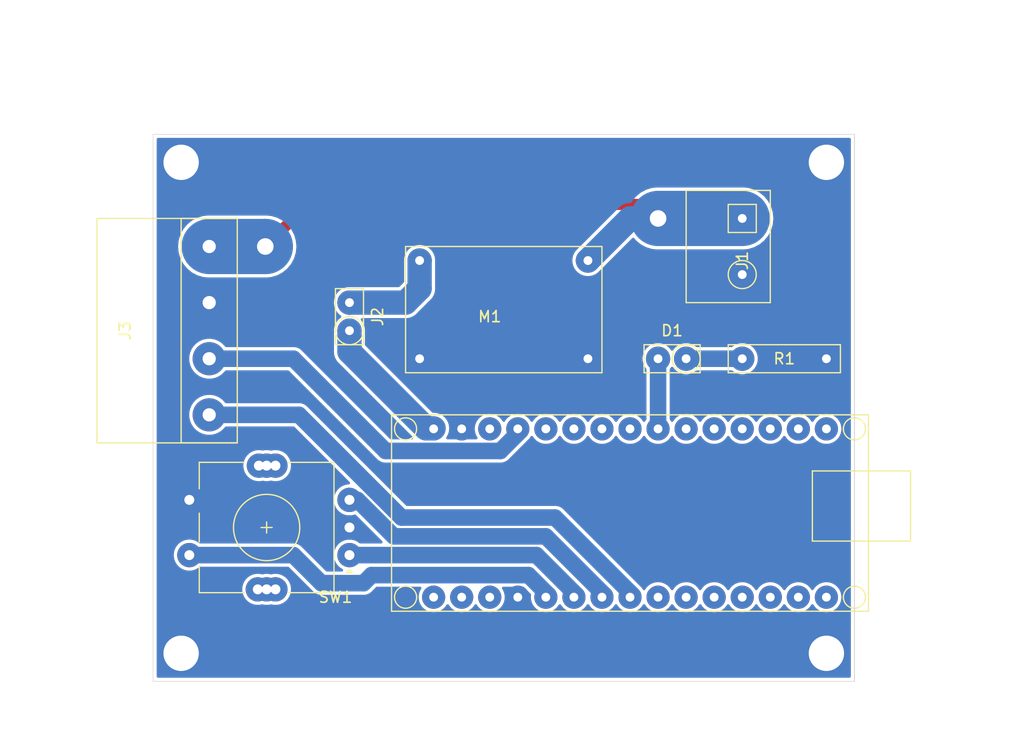
<source format=kicad_pcb>
(kicad_pcb (version 20171130) (host pcbnew "(5.1.6)-1")

  (general
    (thickness 1.6)
    (drawings 30)
    (tracks 48)
    (zones 0)
    (modules 8)
    (nets 33)
  )

  (page A4)
  (layers
    (0 F.Cu signal)
    (31 B.Cu signal)
    (32 B.Adhes user hide)
    (33 F.Adhes user hide)
    (34 B.Paste user hide)
    (35 F.Paste user hide)
    (36 B.SilkS user hide)
    (37 F.SilkS user)
    (38 B.Mask user hide)
    (39 F.Mask user hide)
    (40 Dwgs.User user)
    (41 Cmts.User user hide)
    (42 Eco1.User user hide)
    (43 Eco2.User user hide)
    (44 Edge.Cuts user)
    (45 Margin user hide)
    (46 B.CrtYd user hide)
    (47 F.CrtYd user hide)
    (48 B.Fab user hide)
    (49 F.Fab user hide)
  )

  (setup
    (last_trace_width 0.25)
    (user_trace_width 1)
    (user_trace_width 1.5)
    (user_trace_width 2.2)
    (user_trace_width 4)
    (user_trace_width 5)
    (user_trace_width 6)
    (trace_clearance 0.2)
    (zone_clearance 1)
    (zone_45_only no)
    (trace_min 0.2)
    (via_size 0.8)
    (via_drill 0.4)
    (via_min_size 0.4)
    (via_min_drill 0.3)
    (user_via 2.2 0.9)
    (user_via 2.6 2.5)
    (user_via 3 1.5)
    (user_via 3 2.5)
    (user_via 3.4 3.2)
    (uvia_size 0.3)
    (uvia_drill 0.1)
    (uvias_allowed no)
    (uvia_min_size 0.2)
    (uvia_min_drill 0.1)
    (edge_width 0.05)
    (segment_width 0.2)
    (pcb_text_width 0.3)
    (pcb_text_size 1.5 1.5)
    (mod_edge_width 0.12)
    (mod_text_size 1 1)
    (mod_text_width 0.15)
    (pad_size 2.2 2.2)
    (pad_drill 0.8)
    (pad_to_mask_clearance 0.05)
    (aux_axis_origin 0 0)
    (visible_elements 7FFFFFFF)
    (pcbplotparams
      (layerselection 0x01000_fffffffe)
      (usegerberextensions false)
      (usegerberattributes true)
      (usegerberadvancedattributes true)
      (creategerberjobfile false)
      (excludeedgelayer true)
      (linewidth 0.100000)
      (plotframeref false)
      (viasonmask false)
      (mode 1)
      (useauxorigin false)
      (hpglpennumber 1)
      (hpglpenspeed 20)
      (hpglpendiameter 15.000000)
      (psnegative false)
      (psa4output false)
      (plotreference true)
      (plotvalue true)
      (plotinvisibletext false)
      (padsonsilk false)
      (subtractmaskfromsilk false)
      (outputformat 1)
      (mirror false)
      (drillshape 0)
      (scaleselection 1)
      (outputdirectory "plot/"))
  )

  (net 0 "")
  (net 1 "Net-(D1-Pad1)")
  (net 2 "Net-(D1-Pad2)")
  (net 3 "Net-(SW1-PadB)")
  (net 4 "Net-(SW1-PadA)")
  (net 5 "Net-(U1-Pad3)")
  (net 6 "Net-(U1-Pad13)")
  (net 7 "Net-(U1-Pad14)")
  (net 8 "Net-(U1-Pad16)")
  (net 9 "Net-(U1-Pad17)")
  (net 10 "Net-(U1-Pad18)")
  (net 11 "Net-(U1-Pad19)")
  (net 12 "Net-(U1-Pad28)")
  (net 13 "Net-(U1-Pad29)")
  (net 14 "Net-(U1-Pad30)")
  (net 15 GND)
  (net 16 "Net-(J2-Pad1)")
  (net 17 "Net-(J1-Pad1)")
  (net 18 "Net-(J2-Pad2)")
  (net 19 "Net-(U1-Pad10)")
  (net 20 "Net-(U1-Pad11)")
  (net 21 "Net-(U1-Pad15)")
  (net 22 "Net-(U1-Pad22)")
  (net 23 "Net-(U1-Pad12)")
  (net 24 "Net-(U1-Pad8)")
  (net 25 "Net-(U1-Pad6)")
  (net 26 "Net-(U1-Pad20)")
  (net 27 "Net-(J3-Pad1)")
  (net 28 "Net-(J3-Pad2)")
  (net 29 "Net-(SW1-PadS1)")
  (net 30 "Net-(U1-Pad5)")
  (net 31 "Net-(U1-Pad7)")
  (net 32 "Net-(U1-Pad21)")

  (net_class Default "This is the default net class."
    (clearance 0.2)
    (trace_width 0.25)
    (via_dia 0.8)
    (via_drill 0.4)
    (uvia_dia 0.3)
    (uvia_drill 0.1)
    (add_net GND)
    (add_net "Net-(D1-Pad1)")
    (add_net "Net-(D1-Pad2)")
    (add_net "Net-(J1-Pad1)")
    (add_net "Net-(J2-Pad1)")
    (add_net "Net-(J2-Pad2)")
    (add_net "Net-(J3-Pad1)")
    (add_net "Net-(J3-Pad2)")
    (add_net "Net-(SW1-PadA)")
    (add_net "Net-(SW1-PadB)")
    (add_net "Net-(SW1-PadS1)")
    (add_net "Net-(U1-Pad10)")
    (add_net "Net-(U1-Pad11)")
    (add_net "Net-(U1-Pad12)")
    (add_net "Net-(U1-Pad13)")
    (add_net "Net-(U1-Pad14)")
    (add_net "Net-(U1-Pad15)")
    (add_net "Net-(U1-Pad16)")
    (add_net "Net-(U1-Pad17)")
    (add_net "Net-(U1-Pad18)")
    (add_net "Net-(U1-Pad19)")
    (add_net "Net-(U1-Pad20)")
    (add_net "Net-(U1-Pad21)")
    (add_net "Net-(U1-Pad22)")
    (add_net "Net-(U1-Pad28)")
    (add_net "Net-(U1-Pad29)")
    (add_net "Net-(U1-Pad3)")
    (add_net "Net-(U1-Pad30)")
    (add_net "Net-(U1-Pad5)")
    (add_net "Net-(U1-Pad6)")
    (add_net "Net-(U1-Pad7)")
    (add_net "Net-(U1-Pad8)")
  )

  (module cnc3018-PCB:ARDUINO_NANO (layer F.Cu) (tedit 62E2E73C) (tstamp 62E57496)
    (at 43.18 -15.24)
    (path /62E340A7)
    (fp_text reference U1 (at -8.89 0) (layer F.SilkS) hide
      (effects (font (size 1 1) (thickness 0.15)))
    )
    (fp_text value ARDUINO_NANO (at 0 0) (layer F.Fab)
      (effects (font (size 1 1) (thickness 0.15)))
    )
    (fp_line (start 25.4 -3.81) (end 16.51 -3.81) (layer F.SilkS) (width 0.12))
    (fp_line (start 25.4 2.54) (end 25.4 -3.81) (layer F.SilkS) (width 0.12))
    (fp_line (start 16.51 2.54) (end 25.4 2.54) (layer F.SilkS) (width 0.12))
    (fp_line (start 16.51 -3.81) (end 16.51 2.54) (layer F.SilkS) (width 0.12))
    (fp_circle (center 20.32 -7.62) (end 21.32 -7.62) (layer F.SilkS) (width 0.12))
    (fp_circle (center 20.32 7.62) (end 21.32 7.62) (layer F.SilkS) (width 0.12))
    (fp_circle (center -20.32 7.62) (end -19.32 7.62) (layer F.SilkS) (width 0.12))
    (fp_circle (center -20.32 -7.62) (end -19.32 -7.62) (layer F.SilkS) (width 0.12))
    (fp_line (start -21.59 8.89) (end -21.59 -8.89) (layer F.SilkS) (width 0.12))
    (fp_line (start 21.59 8.89) (end -21.59 8.89) (layer F.SilkS) (width 0.12))
    (fp_line (start 21.59 -8.89) (end 21.59 8.89) (layer F.SilkS) (width 0.12))
    (fp_line (start -21.59 -8.89) (end 21.59 -8.89) (layer F.SilkS) (width 0.12))
    (pad 1 thru_hole circle (at -17.78 -7.62) (size 2.1 2.1) (drill 0.8) (layers *.Cu *.Mask)
      (net 16 "Net-(J2-Pad1)"))
    (pad 2 thru_hole circle (at -15.24 -7.62) (size 2.1 2.1) (drill 0.8) (layers *.Cu *.Mask)
      (net 15 GND))
    (pad 3 thru_hole circle (at -12.7 -7.62) (size 2.1 2.1) (drill 0.8) (layers *.Cu *.Mask)
      (net 5 "Net-(U1-Pad3)"))
    (pad 4 thru_hole circle (at -10.16 -7.62) (size 2.1 2.1) (drill 0.8) (layers *.Cu *.Mask)
      (net 28 "Net-(J3-Pad2)"))
    (pad 5 thru_hole circle (at -7.62 -7.62) (size 2.1 2.1) (drill 0.8) (layers *.Cu *.Mask)
      (net 30 "Net-(U1-Pad5)"))
    (pad 6 thru_hole circle (at -5.08 -7.62) (size 2.1 2.1) (drill 0.8) (layers *.Cu *.Mask)
      (net 25 "Net-(U1-Pad6)"))
    (pad 7 thru_hole circle (at -2.54 -7.62) (size 2.1 2.1) (drill 0.8) (layers *.Cu *.Mask)
      (net 31 "Net-(U1-Pad7)"))
    (pad 8 thru_hole circle (at 0 -7.62) (size 2.1 2.1) (drill 0.8) (layers *.Cu *.Mask)
      (net 24 "Net-(U1-Pad8)"))
    (pad 9 thru_hole circle (at 2.54 -7.62) (size 2.1 2.1) (drill 0.8) (layers *.Cu *.Mask)
      (net 2 "Net-(D1-Pad2)"))
    (pad 10 thru_hole circle (at 5.08 -7.62) (size 2.1 2.1) (drill 0.8) (layers *.Cu *.Mask)
      (net 19 "Net-(U1-Pad10)"))
    (pad 11 thru_hole circle (at 7.62 -7.62) (size 2.1 2.1) (drill 0.8) (layers *.Cu *.Mask)
      (net 20 "Net-(U1-Pad11)"))
    (pad 12 thru_hole circle (at 10.16 -7.62) (size 2.1 2.1) (drill 0.8) (layers *.Cu *.Mask)
      (net 23 "Net-(U1-Pad12)"))
    (pad 13 thru_hole circle (at 12.7 -7.62) (size 2.1 2.1) (drill 0.8) (layers *.Cu *.Mask)
      (net 6 "Net-(U1-Pad13)"))
    (pad 14 thru_hole circle (at 15.24 -7.62) (size 2.1 2.1) (drill 0.8) (layers *.Cu *.Mask)
      (net 7 "Net-(U1-Pad14)"))
    (pad 15 thru_hole circle (at 17.78 -7.62) (size 2.1 2.1) (drill 0.8) (layers *.Cu *.Mask)
      (net 21 "Net-(U1-Pad15)"))
    (pad 16 thru_hole circle (at 17.78 7.62) (size 2.1 2.1) (drill 0.8) (layers *.Cu *.Mask)
      (net 8 "Net-(U1-Pad16)"))
    (pad 17 thru_hole circle (at 15.24 7.62) (size 2.1 2.1) (drill 0.8) (layers *.Cu *.Mask)
      (net 9 "Net-(U1-Pad17)"))
    (pad 18 thru_hole circle (at 12.7 7.62) (size 2.1 2.1) (drill 0.8) (layers *.Cu *.Mask)
      (net 10 "Net-(U1-Pad18)"))
    (pad 19 thru_hole circle (at 10.16 7.62) (size 2.1 2.1) (drill 0.8) (layers *.Cu *.Mask)
      (net 11 "Net-(U1-Pad19)"))
    (pad 20 thru_hole circle (at 7.62 7.62) (size 2.1 2.1) (drill 0.8) (layers *.Cu *.Mask)
      (net 26 "Net-(U1-Pad20)"))
    (pad 21 thru_hole circle (at 5.08 7.62) (size 2.1 2.1) (drill 0.8) (layers *.Cu *.Mask)
      (net 32 "Net-(U1-Pad21)"))
    (pad 22 thru_hole circle (at 2.54 7.62) (size 2.1 2.1) (drill 0.8) (layers *.Cu *.Mask)
      (net 22 "Net-(U1-Pad22)"))
    (pad 23 thru_hole circle (at 0 7.62) (size 2.1 2.1) (drill 0.8) (layers *.Cu *.Mask)
      (net 27 "Net-(J3-Pad1)"))
    (pad 24 thru_hole circle (at -2.54 7.62) (size 2.1 2.1) (drill 0.8) (layers *.Cu *.Mask)
      (net 3 "Net-(SW1-PadB)"))
    (pad 25 thru_hole circle (at -5.08 7.62) (size 2.1 2.1) (drill 0.8) (layers *.Cu *.Mask)
      (net 4 "Net-(SW1-PadA)"))
    (pad 26 thru_hole circle (at -7.62 7.62) (size 2.1 2.1) (drill 0.8) (layers *.Cu *.Mask)
      (net 29 "Net-(SW1-PadS1)"))
    (pad 27 thru_hole circle (at -10.16 7.62) (size 2.1 2.1) (drill 0.8) (layers *.Cu *.Mask)
      (net 15 GND))
    (pad 28 thru_hole circle (at -12.7 7.62) (size 2.1 2.1) (drill 0.8) (layers *.Cu *.Mask)
      (net 12 "Net-(U1-Pad28)"))
    (pad 29 thru_hole circle (at -15.24 7.62) (size 2.1 2.1) (drill 0.8) (layers *.Cu *.Mask)
      (net 13 "Net-(U1-Pad29)"))
    (pad 30 thru_hole circle (at -17.78 7.62) (size 2.1 2.1) (drill 0.8) (layers *.Cu *.Mask)
      (net 14 "Net-(U1-Pad30)"))
  )

  (module cnc3018-PCB:BUCK01 (layer F.Cu) (tedit 61564D46) (tstamp 62E57434)
    (at 34.29 -29.21 180)
    (path /62E36CA2)
    (fp_text reference M1 (at 3.81 3.81) (layer F.SilkS)
      (effects (font (size 1 1) (thickness 0.15)))
    )
    (fp_text value BUCK01 (at 3.81 1.27) (layer F.Fab)
      (effects (font (size 1 1) (thickness 0.15)))
    )
    (fp_line (start -6.35 -1.27) (end -6.35 10.16) (layer F.SilkS) (width 0.12))
    (fp_line (start -6.35 10.16) (end 11.43 10.16) (layer F.SilkS) (width 0.12))
    (fp_line (start 11.43 10.16) (end 11.43 -1.27) (layer F.SilkS) (width 0.12))
    (fp_line (start 11.43 -1.27) (end -6.35 -1.27) (layer F.SilkS) (width 0.12))
    (pad 1 thru_hole circle (at -5.08 0 180) (size 2.2 2.2) (drill 0.8) (layers *.Cu *.Mask)
      (net 15 GND))
    (pad 2 thru_hole circle (at 10.16 0 180) (size 2.2 2.2) (drill 0.8) (layers *.Cu *.Mask)
      (net 15 GND))
    (pad 3 thru_hole circle (at 10.16 8.89 180) (size 2.2 2.2) (drill 0.8) (layers *.Cu *.Mask)
      (net 18 "Net-(J2-Pad2)"))
    (pad 4 thru_hole circle (at -5.08 8.89 180) (size 2.2 2.2) (drill 0.8) (layers *.Cu *.Mask)
      (net 17 "Net-(J1-Pad1)"))
  )

  (module cnc3018-PCB:my2pin (layer F.Cu) (tedit 612D2549) (tstamp 62E57406)
    (at 48.26 -29.21 180)
    (path /62F6C18D)
    (fp_text reference D1 (at 1.27 2.54) (layer F.SilkS)
      (effects (font (size 1 1) (thickness 0.15)))
    )
    (fp_text value LED (at 1.27 -2.54) (layer F.Fab)
      (effects (font (size 1 1) (thickness 0.15)))
    )
    (fp_line (start -1.27 -1.27) (end -1.27 1.27) (layer F.SilkS) (width 0.12))
    (fp_line (start -1.27 -1.27) (end 1.27 -1.27) (layer F.SilkS) (width 0.12))
    (fp_circle (center 0 0) (end 0 -1.27) (layer F.SilkS) (width 0.12))
    (fp_line (start -1.27 1.27) (end 3.81 1.27) (layer F.SilkS) (width 0.12))
    (fp_line (start 3.81 1.27) (end 3.81 -1.27) (layer F.SilkS) (width 0.12))
    (fp_line (start 3.81 -1.27) (end 1.27 -1.27) (layer F.SilkS) (width 0.12))
    (pad 2 thru_hole circle (at 2.54 0 180) (size 2.2 2.2) (drill 0.8) (layers *.Cu *.Mask)
      (net 2 "Net-(D1-Pad2)"))
    (pad 1 thru_hole circle (at 0 0 180) (size 2.2 2.2) (drill 0.8) (layers *.Cu *.Mask)
      (net 1 "Net-(D1-Pad1)"))
  )

  (module cnc3018-PCB:my2pin (layer F.Cu) (tedit 612D2549) (tstamp 62E5741D)
    (at 17.78 -31.75 90)
    (path /62E79627)
    (fp_text reference J2 (at 1.27 2.54 90) (layer F.SilkS)
      (effects (font (size 1 1) (thickness 0.15)))
    )
    (fp_text value "5V Jumper" (at 1.27 -2.54 90) (layer F.Fab)
      (effects (font (size 1 1) (thickness 0.15)))
    )
    (fp_line (start 3.81 -1.27) (end 1.27 -1.27) (layer F.SilkS) (width 0.12))
    (fp_line (start 3.81 1.27) (end 3.81 -1.27) (layer F.SilkS) (width 0.12))
    (fp_line (start -1.27 1.27) (end 3.81 1.27) (layer F.SilkS) (width 0.12))
    (fp_circle (center 0 0) (end 0 -1.27) (layer F.SilkS) (width 0.12))
    (fp_line (start -1.27 -1.27) (end 1.27 -1.27) (layer F.SilkS) (width 0.12))
    (fp_line (start -1.27 -1.27) (end -1.27 1.27) (layer F.SilkS) (width 0.12))
    (pad 1 thru_hole circle (at 0 0 90) (size 2.2 2.2) (drill 0.8) (layers *.Cu *.Mask)
      (net 16 "Net-(J2-Pad1)"))
    (pad 2 thru_hole circle (at 2.54 0 90) (size 2.2 2.2) (drill 0.8) (layers *.Cu *.Mask)
      (net 18 "Net-(J2-Pad2)"))
  )

  (module cnc3018-PCB:myResistor (layer F.Cu) (tedit 612D2591) (tstamp 62E5743E)
    (at 53.34 -29.21)
    (path /62E45C5E)
    (fp_text reference R1 (at 3.81 0) (layer F.SilkS)
      (effects (font (size 1 1) (thickness 0.15)))
    )
    (fp_text value 220 (at 3.81 -2.54) (layer F.Fab)
      (effects (font (size 1 1) (thickness 0.15)))
    )
    (fp_line (start 8.89 -1.27) (end 8.89 1.27) (layer F.SilkS) (width 0.12))
    (fp_line (start 8.89 -1.27) (end -1.27 -1.27) (layer F.SilkS) (width 0.12))
    (fp_line (start -1.27 -1.27) (end -1.27 1.27) (layer F.SilkS) (width 0.12))
    (fp_line (start -1.27 1.27) (end 8.89 1.27) (layer F.SilkS) (width 0.12))
    (pad 1 thru_hole circle (at 0 0) (size 2.2 2.2) (drill 0.8) (layers *.Cu *.Mask)
      (net 1 "Net-(D1-Pad1)"))
    (pad 2 thru_hole circle (at 7.62 0) (size 2.2 2.2) (drill 0.8) (layers *.Cu *.Mask)
      (net 15 GND))
  )

  (module cnc3018-PCB:RotaryEncoder (layer F.Cu) (tedit 62E5765D) (tstamp 62E7E4DE)
    (at 17.78 -11.43 180)
    (descr "Alps rotary encoder, EC12E... with switch, vertical shaft, http://www.alps.com/prod/info/E/HTML/Encoder/Incremental/EC11/EC11E15204A3.html")
    (tags "rotary encoder")
    (path /62E40E9B)
    (fp_text reference SW1 (at 1.27 -3.81) (layer F.SilkS)
      (effects (font (size 1 1) (thickness 0.15)))
    )
    (fp_text value RE (at 7.5 10.4) (layer F.Fab)
      (effects (font (size 1 1) (thickness 0.15)))
    )
    (fp_line (start 7 2.5) (end 8 2.5) (layer F.SilkS) (width 0.12))
    (fp_line (start 7.5 2) (end 7.5 3) (layer F.SilkS) (width 0.12))
    (fp_line (start 13.6 6) (end 13.6 8.4) (layer F.SilkS) (width 0.12))
    (fp_line (start 13.6 1.2) (end 13.6 3.8) (layer F.SilkS) (width 0.12))
    (fp_line (start 13.6 -3.4) (end 13.6 -1) (layer F.SilkS) (width 0.12))
    (fp_line (start 4.5 2.5) (end 10.5 2.5) (layer F.Fab) (width 0.12))
    (fp_line (start 7.5 -0.5) (end 7.5 5.5) (layer F.Fab) (width 0.12))
    (fp_line (start 0.3 -1.6) (end 0 -1.3) (layer F.SilkS) (width 0.12))
    (fp_line (start -0.3 -1.6) (end 0.3 -1.6) (layer F.SilkS) (width 0.12))
    (fp_line (start 0 -1.3) (end -0.3 -1.6) (layer F.SilkS) (width 0.12))
    (fp_line (start 1.4 -3.4) (end 1.4 8.4) (layer F.SilkS) (width 0.12))
    (fp_line (start 5.5 -3.4) (end 1.4 -3.4) (layer F.SilkS) (width 0.12))
    (fp_line (start 5.5 8.4) (end 1.4 8.4) (layer F.SilkS) (width 0.12))
    (fp_line (start 13.6 8.4) (end 9.5 8.4) (layer F.SilkS) (width 0.12))
    (fp_line (start 9.5 -3.4) (end 13.6 -3.4) (layer F.SilkS) (width 0.12))
    (fp_line (start 1.5 -2.2) (end 2.5 -3.3) (layer F.Fab) (width 0.12))
    (fp_line (start 1.5 8.3) (end 1.5 -2.2) (layer F.Fab) (width 0.12))
    (fp_line (start 13.5 8.3) (end 1.5 8.3) (layer F.Fab) (width 0.12))
    (fp_line (start 13.5 -3.3) (end 13.5 8.3) (layer F.Fab) (width 0.12))
    (fp_line (start 2.5 -3.3) (end 13.5 -3.3) (layer F.Fab) (width 0.12))
    (fp_line (start -1.5 -4.6) (end 16 -4.6) (layer F.CrtYd) (width 0.05))
    (fp_line (start -1.5 -4.6) (end -1.5 9.6) (layer F.CrtYd) (width 0.05))
    (fp_line (start 16 9.6) (end 16 -4.6) (layer F.CrtYd) (width 0.05))
    (fp_line (start 16 9.6) (end -1.5 9.6) (layer F.CrtYd) (width 0.05))
    (fp_circle (center 7.5 2.5) (end 10.5 2.5) (layer F.SilkS) (width 0.12))
    (fp_circle (center 7.5 2.5) (end 10.5 2.5) (layer F.Fab) (width 0.12))
    (fp_text user %R (at 11.1 6.3) (layer F.Fab)
      (effects (font (size 1 1) (thickness 0.15)))
    )
    (pad S2 thru_hole circle (at 14.5 5 180) (size 2.2 2.2) (drill 0.9) (layers *.Cu *.Mask)
      (net 15 GND))
    (pad S1 thru_hole circle (at 14.5 0 180) (size 2.2 2.2) (drill 0.9) (layers *.Cu *.Mask)
      (net 29 "Net-(SW1-PadS1)"))
    (pad MP thru_hole circle (at 7.5 8.1 180) (size 2.2 2.2) (drill 0.9) (layers *.Cu *.Mask))
    (pad MP thru_hole circle (at 7.5 -3.1 180) (size 2.2 2.2) (drill 0.9) (layers *.Cu *.Mask))
    (pad B thru_hole circle (at 0 5 180) (size 2.2 2.2) (drill 0.9) (layers *.Cu *.Mask)
      (net 3 "Net-(SW1-PadB)"))
    (pad C thru_hole circle (at 0 2.5 180) (size 2.2 2.2) (drill 0.9) (layers *.Cu *.Mask)
      (net 15 GND))
    (pad A thru_hole circle (at 0 0 180) (size 2.2 2.2) (drill 0.9) (layers *.Cu *.Mask)
      (net 4 "Net-(SW1-PadA)"))
    (pad MP thru_hole circle (at 6.7 -3.1 180) (size 2.2 2.2) (drill 0.9) (layers *.Cu *.Mask))
    (pad MP thru_hole circle (at 8.3 -3.1 180) (size 2.2 2.2) (drill 0.9) (layers *.Cu *.Mask))
    (pad MP thru_hole circle (at 6.7 8.1 180) (size 2.2 2.2) (drill 0.9) (layers *.Cu *.Mask))
    (pad MP thru_hole circle (at 8.2 8.1 180) (size 2.2 2.2) (drill 0.9) (layers *.Cu *.Mask))
    (model ${KISYS3DMOD}/Rotary_Encoder.3dshapes/RotaryEncoder_Alps_EC11E-Switch_Vertical_H20mm.wrl
      (at (xyz 0 0 0))
      (scale (xyz 1 1 1))
      (rotate (xyz 0 0 0))
    )
  )

  (module cnc3018-PCB:mySkip1 (layer F.Cu) (tedit 62E8202E) (tstamp 62E6F703)
    (at 53.34 -41.91 270)
    (path /62E98C20)
    (fp_text reference J1 (at 3.81 0 90) (layer F.SilkS)
      (effects (font (size 1 1) (thickness 0.15)))
    )
    (fp_text value 24v (at -2.54 0 90) (layer F.Fab)
      (effects (font (size 1 1) (thickness 0.15)))
    )
    (fp_circle (center 5.08 0) (end 5.08 -1.27) (layer F.SilkS) (width 0.12))
    (fp_line (start 1.27 1.27) (end -1.27 1.27) (layer F.SilkS) (width 0.12))
    (fp_line (start 1.27 -1.27) (end 1.27 1.27) (layer F.SilkS) (width 0.12))
    (fp_line (start -1.27 -1.27) (end 1.27 -1.27) (layer F.SilkS) (width 0.12))
    (fp_line (start -1.27 -1.27) (end -1.27 1.27) (layer F.SilkS) (width 0.12))
    (pad 1 thru_hole circle (at 0 0 270) (size 2.2 2.2) (drill 0.8) (layers *.Cu *.Mask)
      (net 17 "Net-(J1-Pad1)"))
    (pad 2 thru_hole circle (at 5.08 0 270) (size 2.2 2.2) (drill 0.8) (layers *.Cu *.Mask)
      (net 15 GND))
  )

  (module cnc3018-PCB:big_4pin (layer F.Cu) (tedit 6243318B) (tstamp 62E6F745)
    (at 5.08 -31.75 90)
    (path /62F58AA3)
    (fp_text reference J3 (at 0 -7.62 90) (layer F.SilkS)
      (effects (font (size 1 1) (thickness 0.15)))
    )
    (fp_text value Conn_01x04 (at 0 -5.08 90) (layer F.Fab)
      (effects (font (size 1 1) (thickness 0.15)))
    )
    (fp_line (start -10.16 -2.54) (end -10.16 2.54) (layer F.SilkS) (width 0.12))
    (fp_line (start -10.16 2.54) (end 10.16 2.54) (layer F.SilkS) (width 0.12))
    (fp_line (start 10.16 2.54) (end 10.16 -2.54) (layer F.SilkS) (width 0.12))
    (fp_line (start 10.16 -2.54) (end -10.16 -2.54) (layer F.SilkS) (width 0.12))
    (pad 1 thru_hole circle (at -7.62 0 90) (size 3 3) (drill 1.2) (layers *.Cu *.Mask)
      (net 27 "Net-(J3-Pad1)"))
    (pad 2 thru_hole circle (at -2.54 0 90) (size 3 3) (drill 1.2) (layers *.Cu *.Mask)
      (net 28 "Net-(J3-Pad2)"))
    (pad 3 thru_hole circle (at 2.54 0 90) (size 3 3) (drill 1.2) (layers *.Cu *.Mask)
      (net 15 GND))
    (pad 4 thru_hole circle (at 7.62 0 90) (size 3 3) (drill 1.2) (layers *.Cu *.Mask)
      (net 17 "Net-(J1-Pad1)"))
  )

  (gr_line (start 0 0) (end 63.5 0) (layer Edge.Cuts) (width 0.05))
  (gr_line (start 0 -49.53) (end 0 0) (layer Edge.Cuts) (width 0.05))
  (gr_line (start 63.5 -49.53) (end 0 -49.53) (layer Edge.Cuts) (width 0.05))
  (gr_line (start 63.5 0) (end 63.5 -49.53) (layer Edge.Cuts) (width 0.05))
  (gr_line (start 63.5 -49.53) (end 63.5 0) (layer Edge.Cuts) (width 0.05))
  (gr_line (start 0 -49.53) (end 63.5 -49.53) (layer Edge.Cuts) (width 0.05))
  (dimension 13.97 (width 0.15) (layer Dwgs.User)
    (gr_text "13.970 mm" (at -10.194419 -6.985 270) (layer Dwgs.User)
      (effects (font (size 1 1) (thickness 0.15)))
    )
    (feature1 (pts (xy 10.16 0) (xy -9.48084 0)))
    (feature2 (pts (xy 10.16 -13.97) (xy -9.48084 -13.97)))
    (crossbar (pts (xy -8.894419 -13.97) (xy -8.894419 0)))
    (arrow1a (pts (xy -8.894419 0) (xy -9.48084 -1.126504)))
    (arrow1b (pts (xy -8.894419 0) (xy -8.307998 -1.126504)))
    (arrow2a (pts (xy -8.894419 -13.97) (xy -9.48084 -12.843496)))
    (arrow2b (pts (xy -8.894419 -13.97) (xy -8.307998 -12.843496)))
  )
  (dimension 7.62 (width 0.15) (layer Dwgs.User)
    (gr_text "7.620 mm" (at 3.81 -53.37) (layer Dwgs.User)
      (effects (font (size 1 1) (thickness 0.15)))
    )
    (feature1 (pts (xy 0 -41.91) (xy 0 -52.656421)))
    (feature2 (pts (xy 7.62 -41.91) (xy 7.62 -52.656421)))
    (crossbar (pts (xy 7.62 -52.07) (xy 0 -52.07)))
    (arrow1a (pts (xy 0 -52.07) (xy 1.126504 -52.656421)))
    (arrow1b (pts (xy 0 -52.07) (xy 1.126504 -51.483579)))
    (arrow2a (pts (xy 7.62 -52.07) (xy 6.493496 -52.656421)))
    (arrow2b (pts (xy 7.62 -52.07) (xy 6.493496 -51.483579)))
  )
  (dimension 7.62 (width 0.15) (layer Dwgs.User)
    (gr_text "7.620 mm" (at 15.27 -45.72 90) (layer Dwgs.User)
      (effects (font (size 1 1) (thickness 0.15)))
    )
    (feature1 (pts (xy 7.62 -49.53) (xy 14.556421 -49.53)))
    (feature2 (pts (xy 7.62 -41.91) (xy 14.556421 -41.91)))
    (crossbar (pts (xy 13.97 -41.91) (xy 13.97 -49.53)))
    (arrow1a (pts (xy 13.97 -49.53) (xy 14.556421 -48.403496)))
    (arrow1b (pts (xy 13.97 -49.53) (xy 13.383579 -48.403496)))
    (arrow2a (pts (xy 13.97 -41.91) (xy 14.556421 -43.036504)))
    (arrow2b (pts (xy 13.97 -41.91) (xy 13.383579 -43.036504)))
  )
  (dimension 12.7 (width 0.15) (layer Dwgs.User)
    (gr_text "12.700 mm" (at 1.27 -30.51) (layer Dwgs.User)
      (effects (font (size 1 1) (thickness 0.15)))
    )
    (feature1 (pts (xy 7.62 -24.13) (xy 7.62 -29.796421)))
    (feature2 (pts (xy -5.08 -24.13) (xy -5.08 -29.796421)))
    (crossbar (pts (xy -5.08 -29.21) (xy 7.62 -29.21)))
    (arrow1a (pts (xy 7.62 -29.21) (xy 6.493496 -28.623579)))
    (arrow1b (pts (xy 7.62 -29.21) (xy 6.493496 -29.796421)))
    (arrow2a (pts (xy -5.08 -29.21) (xy -3.953496 -28.623579)))
    (arrow2b (pts (xy -5.08 -29.21) (xy -3.953496 -29.796421)))
  )
  (dimension 20.32 (width 0.15) (layer Dwgs.User)
    (gr_text "20.320 mm" (at -10.19 -31.75 90) (layer Dwgs.User)
      (effects (font (size 1 1) (thickness 0.15)))
    )
    (feature1 (pts (xy -5.08 -41.91) (xy -9.476421 -41.91)))
    (feature2 (pts (xy -5.08 -21.59) (xy -9.476421 -21.59)))
    (crossbar (pts (xy -8.89 -21.59) (xy -8.89 -41.91)))
    (arrow1a (pts (xy -8.89 -41.91) (xy -8.303579 -40.783496)))
    (arrow1b (pts (xy -8.89 -41.91) (xy -9.476421 -40.783496)))
    (arrow2a (pts (xy -8.89 -21.59) (xy -8.303579 -22.716504)))
    (arrow2b (pts (xy -8.89 -21.59) (xy -9.476421 -22.716504)))
  )
  (gr_line (start -5.08 -41.91) (end 7.62 -41.91) (layer F.SilkS) (width 0.12))
  (gr_line (start -5.08 -21.59) (end -5.08 -41.91) (layer F.SilkS) (width 0.12))
  (gr_line (start 7.62 -21.59) (end -5.08 -21.59) (layer F.SilkS) (width 0.12))
  (dimension 7.62 (width 0.15) (layer Dwgs.User)
    (gr_text "7.620 mm" (at 68.61 -3.81 270) (layer Dwgs.User)
      (effects (font (size 1 1) (thickness 0.15)))
    )
    (feature1 (pts (xy 60.96 0) (xy 67.896421 0)))
    (feature2 (pts (xy 60.96 -7.62) (xy 67.896421 -7.62)))
    (crossbar (pts (xy 67.31 -7.62) (xy 67.31 0)))
    (arrow1a (pts (xy 67.31 0) (xy 66.723579 -1.126504)))
    (arrow1b (pts (xy 67.31 0) (xy 67.896421 -1.126504)))
    (arrow2a (pts (xy 67.31 -7.62) (xy 66.723579 -6.493496)))
    (arrow2b (pts (xy 67.31 -7.62) (xy 67.896421 -6.493496)))
  )
  (dimension 7.62 (width 0.15) (layer Dwgs.User)
    (gr_text "7.620 mm" (at 52.07 -47.02) (layer Dwgs.User)
      (effects (font (size 1 1) (thickness 0.15)))
    )
    (feature1 (pts (xy 48.26 -34.29) (xy 48.26 -46.306421)))
    (feature2 (pts (xy 55.88 -34.29) (xy 55.88 -46.306421)))
    (crossbar (pts (xy 55.88 -45.72) (xy 48.26 -45.72)))
    (arrow1a (pts (xy 48.26 -45.72) (xy 49.386504 -46.306421)))
    (arrow1b (pts (xy 48.26 -45.72) (xy 49.386504 -45.133579)))
    (arrow2a (pts (xy 55.88 -45.72) (xy 54.753496 -46.306421)))
    (arrow2b (pts (xy 55.88 -45.72) (xy 54.753496 -45.133579)))
  )
  (dimension 10.16 (width 0.15) (layer Dwgs.User)
    (gr_text "10.160 mm" (at 59.72 -39.37 90) (layer Dwgs.User)
      (effects (font (size 1 1) (thickness 0.15)))
    )
    (feature1 (pts (xy 49.53 -44.45) (xy 59.006421 -44.45)))
    (feature2 (pts (xy 49.53 -34.29) (xy 59.006421 -34.29)))
    (crossbar (pts (xy 58.42 -34.29) (xy 58.42 -44.45)))
    (arrow1a (pts (xy 58.42 -44.45) (xy 59.006421 -43.323496)))
    (arrow1b (pts (xy 58.42 -44.45) (xy 57.833579 -43.323496)))
    (arrow2a (pts (xy 58.42 -34.29) (xy 59.006421 -35.416504)))
    (arrow2b (pts (xy 58.42 -34.29) (xy 57.833579 -35.416504)))
  )
  (dimension 7.62 (width 0.15) (layer Dwgs.User)
    (gr_text "7.620 mm" (at 59.69 -52.1) (layer Dwgs.User)
      (effects (font (size 1 1) (thickness 0.15)))
    )
    (feature1 (pts (xy 63.5 -44.45) (xy 63.5 -51.386421)))
    (feature2 (pts (xy 55.88 -44.45) (xy 55.88 -51.386421)))
    (crossbar (pts (xy 55.88 -50.8) (xy 63.5 -50.8)))
    (arrow1a (pts (xy 63.5 -50.8) (xy 62.373496 -50.213579)))
    (arrow1b (pts (xy 63.5 -50.8) (xy 62.373496 -51.386421)))
    (arrow2a (pts (xy 55.88 -50.8) (xy 57.006504 -50.213579)))
    (arrow2b (pts (xy 55.88 -50.8) (xy 57.006504 -51.386421)))
  )
  (dimension 5.08 (width 0.15) (layer Dwgs.User)
    (gr_text "5.080 mm" (at 67.34 -46.99 90) (layer Dwgs.User)
      (effects (font (size 1 1) (thickness 0.15)))
    )
    (feature1 (pts (xy 55.88 -49.53) (xy 66.626421 -49.53)))
    (feature2 (pts (xy 55.88 -44.45) (xy 66.626421 -44.45)))
    (crossbar (pts (xy 66.04 -44.45) (xy 66.04 -49.53)))
    (arrow1a (pts (xy 66.04 -49.53) (xy 66.626421 -48.403496)))
    (arrow1b (pts (xy 66.04 -49.53) (xy 65.453579 -48.403496)))
    (arrow2a (pts (xy 66.04 -44.45) (xy 66.626421 -45.576504)))
    (arrow2b (pts (xy 66.04 -44.45) (xy 65.453579 -45.576504)))
  )
  (dimension 20.32 (width 0.15) (layer Dwgs.User)
    (gr_text "20.320 mm" (at 72.42 -39.37 90) (layer Dwgs.User)
      (effects (font (size 1 1) (thickness 0.15)))
    )
    (feature1 (pts (xy 46.99 -49.53) (xy 71.706421 -49.53)))
    (feature2 (pts (xy 46.99 -29.21) (xy 71.706421 -29.21)))
    (crossbar (pts (xy 71.12 -29.21) (xy 71.12 -49.53)))
    (arrow1a (pts (xy 71.12 -49.53) (xy 71.706421 -48.403496)))
    (arrow1b (pts (xy 71.12 -49.53) (xy 70.533579 -48.403496)))
    (arrow2a (pts (xy 71.12 -29.21) (xy 71.706421 -30.336504)))
    (arrow2b (pts (xy 71.12 -29.21) (xy 70.533579 -30.336504)))
  )
  (dimension 2.54 (width 0.15) (layer Dwgs.User)
    (gr_text "2.540 mm" (at 1.27 -60.99) (layer Dwgs.User)
      (effects (font (size 1 1) (thickness 0.15)))
    )
    (feature1 (pts (xy 0 -46.99) (xy 0 -60.276421)))
    (feature2 (pts (xy 2.54 -46.99) (xy 2.54 -60.276421)))
    (crossbar (pts (xy 2.54 -59.69) (xy 0 -59.69)))
    (arrow1a (pts (xy 0 -59.69) (xy 1.126504 -60.276421)))
    (arrow1b (pts (xy 0 -59.69) (xy 1.126504 -59.103579)))
    (arrow2a (pts (xy 2.54 -59.69) (xy 1.413496 -60.276421)))
    (arrow2b (pts (xy 2.54 -59.69) (xy 1.413496 -59.103579)))
  )
  (dimension 2.54 (width 0.15) (layer Dwgs.User)
    (gr_text "2.540 mm" (at -6.38 -48.26 90) (layer Dwgs.User)
      (effects (font (size 1 1) (thickness 0.15)))
    )
    (feature1 (pts (xy 2.54 -49.53) (xy -5.666421 -49.53)))
    (feature2 (pts (xy 2.54 -46.99) (xy -5.666421 -46.99)))
    (crossbar (pts (xy -5.08 -46.99) (xy -5.08 -49.53)))
    (arrow1a (pts (xy -5.08 -49.53) (xy -4.493579 -48.403496)))
    (arrow1b (pts (xy -5.08 -49.53) (xy -5.666421 -48.403496)))
    (arrow2a (pts (xy -5.08 -46.99) (xy -4.493579 -48.116504)))
    (arrow2b (pts (xy -5.08 -46.99) (xy -5.666421 -48.116504)))
  )
  (dimension 16.51 (width 0.15) (layer Dwgs.User)
    (gr_text "16.510 mm" (at 55.245 -54.64) (layer Dwgs.User)
      (effects (font (size 1 1) (thickness 0.15)))
    )
    (feature1 (pts (xy 63.5 -29.21) (xy 63.5 -53.926421)))
    (feature2 (pts (xy 46.99 -29.21) (xy 46.99 -53.926421)))
    (crossbar (pts (xy 46.99 -53.34) (xy 63.5 -53.34)))
    (arrow1a (pts (xy 63.5 -53.34) (xy 62.373496 -52.753579)))
    (arrow1b (pts (xy 63.5 -53.34) (xy 62.373496 -53.926421)))
    (arrow2a (pts (xy 46.99 -53.34) (xy 48.116504 -52.753579)))
    (arrow2b (pts (xy 46.99 -53.34) (xy 48.116504 -53.926421)))
  )
  (dimension 10.280078 (width 0.15) (layer Dwgs.User)
    (gr_text "10.280 mm" (at 5.065741 5.134662 -0.2229396512) (layer Dwgs.User)
      (effects (font (size 1 1) (thickness 0.15)))
    )
    (feature1 (pts (xy 0 -13.97) (xy -0.071483 4.401089)))
    (feature2 (pts (xy 10.28 -13.93) (xy 10.208517 4.441089)))
    (crossbar (pts (xy 10.210799 3.854672) (xy -0.069201 3.814672)))
    (arrow1a (pts (xy -0.069201 3.814672) (xy 1.059576 3.232639)))
    (arrow1b (pts (xy -0.069201 3.814672) (xy 1.055012 4.405472)))
    (arrow2a (pts (xy 10.210799 3.854672) (xy 9.086586 3.263872)))
    (arrow2b (pts (xy 10.210799 3.854672) (xy 9.082022 4.436705)))
  )
  (dimension 49.53 (width 0.15) (layer Dwgs.User)
    (gr_text "49.530 mm" (at 77.5 -24.765 270) (layer Dwgs.User)
      (effects (font (size 1 1) (thickness 0.15)))
    )
    (feature1 (pts (xy 63.5 0) (xy 76.786421 0)))
    (feature2 (pts (xy 63.5 -49.53) (xy 76.786421 -49.53)))
    (crossbar (pts (xy 76.2 -49.53) (xy 76.2 0)))
    (arrow1a (pts (xy 76.2 0) (xy 75.613579 -1.126504)))
    (arrow1b (pts (xy 76.2 0) (xy 76.786421 -1.126504)))
    (arrow2a (pts (xy 76.2 -49.53) (xy 75.613579 -48.403496)))
    (arrow2b (pts (xy 76.2 -49.53) (xy 76.786421 -48.403496)))
  )
  (dimension 63.5 (width 0.15) (layer Dwgs.User)
    (gr_text "63.500 mm" (at 31.75 -57.18) (layer Dwgs.User)
      (effects (font (size 1 1) (thickness 0.15)))
    )
    (feature1 (pts (xy 63.5 -49.53) (xy 63.5 -56.466421)))
    (feature2 (pts (xy 0 -49.53) (xy 0 -56.466421)))
    (crossbar (pts (xy 0 -55.88) (xy 63.5 -55.88)))
    (arrow1a (pts (xy 63.5 -55.88) (xy 62.373496 -55.293579)))
    (arrow1b (pts (xy 63.5 -55.88) (xy 62.373496 -56.466421)))
    (arrow2a (pts (xy 0 -55.88) (xy 1.126504 -55.293579)))
    (arrow2b (pts (xy 0 -55.88) (xy 1.126504 -56.466421)))
  )
  (gr_line (start 55.88 -34.29) (end 48.26 -34.29) (layer F.SilkS) (width 0.12) (tstamp 62E70019))
  (gr_line (start 55.88 -44.45) (end 55.88 -34.29) (layer F.SilkS) (width 0.12))
  (gr_line (start 48.26 -44.45) (end 55.88 -44.45) (layer F.SilkS) (width 0.12))
  (gr_line (start 48.26 -34.29) (end 48.26 -44.45) (layer F.SilkS) (width 0.12))

  (segment (start 48.26 -29.21) (end 53.34 -29.21) (width 1.5) (layer B.Cu) (net 1))
  (segment (start 45.72 -22.86) (end 45.72 -29.21) (width 1.5) (layer B.Cu) (net 2))
  (segment (start 35.549993 -13.130009) (end 40.64 -8.040002) (width 1.5) (layer B.Cu) (net 3))
  (segment (start 40.64 -8.040002) (end 40.64 -7.62) (width 1.5) (layer B.Cu) (net 3))
  (segment (start 18.495 -16.43) (end 21.79499 -13.13001) (width 1.5) (layer B.Cu) (net 3))
  (segment (start 21.79499 -13.13001) (end 35.549993 -13.130009) (width 1.5) (layer B.Cu) (net 3))
  (segment (start 17.78 -16.43) (end 18.495 -16.43) (width 1.5) (layer B.Cu) (net 3))
  (segment (start 38.1 -8.040002) (end 38.1 -7.62) (width 1.5) (layer B.Cu) (net 4))
  (segment (start 34.710002 -11.43) (end 38.1 -8.040002) (width 1.5) (layer B.Cu) (net 4))
  (segment (start 17.78 -11.43) (end 34.710002 -11.43) (width 1.5) (layer B.Cu) (net 4))
  (via (at 2.54 -46.99) (size 3.4) (drill 3.2) (layers F.Cu B.Cu) (net 15))
  (via (at 60.96 -46.99) (size 3.4) (drill 3.2) (layers F.Cu B.Cu) (net 15))
  (via (at 60.96 -2.54) (size 3.4) (drill 3.2) (layers F.Cu B.Cu) (net 15))
  (via (at 2.54 -2.54) (size 3.4) (drill 3.2) (layers F.Cu B.Cu) (net 15))
  (segment (start 17.78 -31.75) (end 17.78 -29.845) (width 2.2) (layer B.Cu) (net 16))
  (segment (start 24.714991 -22.910009) (end 25.4 -22.910009) (width 2.2) (layer B.Cu) (net 16))
  (segment (start 17.78 -29.845) (end 24.714991 -22.910009) (width 2.2) (layer B.Cu) (net 16))
  (segment (start 5.08 -39.37) (end 10.16 -39.37) (width 5) (layer B.Cu) (net 17))
  (segment (start 53.34 -41.91) (end 45.72 -41.91) (width 5) (layer B.Cu) (net 17))
  (segment (start 43.18 -41.91) (end 39.37 -38.1) (width 2.2) (layer B.Cu) (net 17))
  (segment (start 45.72 -41.91) (end 45.72 -41.91) (width 2.2) (layer B.Cu) (net 17))
  (segment (start 10.16 -39.37) (end 10.16 -39.37) (width 5) (layer B.Cu) (net 17) (tstamp 62E7D8D8))
  (via (at 10.16 -39.37) (size 3) (drill 1.5) (layers F.Cu B.Cu) (net 17))
  (segment (start 45.72 -41.91) (end 43.18 -41.91) (width 2.2) (layer B.Cu) (net 17) (tstamp 62E7D8DA))
  (via (at 45.72 -41.91) (size 3) (drill 1.5) (layers F.Cu B.Cu) (net 17))
  (segment (start 13.97 -43.18) (end 10.16 -39.37) (width 1) (layer F.Cu) (net 17))
  (segment (start 45.72 -41.91) (end 44.45 -43.18) (width 1) (layer F.Cu) (net 17))
  (segment (start 44.45 -43.18) (end 13.97 -43.18) (width 1) (layer F.Cu) (net 17))
  (segment (start 24.13 -38.1) (end 24.13 -35.56) (width 2.2) (layer B.Cu) (net 18))
  (segment (start 22.86 -34.29) (end 17.78 -34.29) (width 2.2) (layer B.Cu) (net 18))
  (segment (start 24.13 -35.56) (end 22.86 -34.29) (width 2.2) (layer B.Cu) (net 18))
  (segment (start 36.389983 -14.830019) (end 22.499157 -14.830019) (width 1.5) (layer B.Cu) (net 27))
  (segment (start 43.18 -7.62) (end 43.18 -8.040002) (width 1.5) (layer B.Cu) (net 27))
  (segment (start 43.18 -8.040002) (end 36.389983 -14.830019) (width 1.5) (layer B.Cu) (net 27))
  (segment (start 13.199176 -24.13) (end 22.499157 -14.830019) (width 1.5) (layer B.Cu) (net 27))
  (segment (start 5.08 -24.13) (end 13.199176 -24.13) (width 1.5) (layer B.Cu) (net 27))
  (segment (start 31.440001 -20.859999) (end 33.02 -22.439998) (width 1.5) (layer B.Cu) (net 28))
  (segment (start 33.02 -22.439998) (end 33.02 -22.86) (width 1.5) (layer B.Cu) (net 28))
  (segment (start 21.050001 -20.859999) (end 31.440001 -20.859999) (width 1.5) (layer B.Cu) (net 28))
  (segment (start 5.08 -29.21) (end 12.7 -29.21) (width 1.5) (layer B.Cu) (net 28))
  (segment (start 12.7 -29.21) (end 21.050001 -20.859999) (width 1.5) (layer B.Cu) (net 28))
  (segment (start 35.56 -8.040002) (end 35.56 -7.62) (width 1.5) (layer B.Cu) (net 29))
  (segment (start 3.28 -11.43) (end 12.7 -11.43) (width 1.5) (layer B.Cu) (net 29))
  (segment (start 33.980001 -9.620001) (end 35.56 -8.040002) (width 1.5) (layer B.Cu) (net 29))
  (segment (start 19.05 -8.89) (end 19.780001 -9.620001) (width 1.5) (layer B.Cu) (net 29))
  (segment (start 12.7 -11.43) (end 15.24 -8.89) (width 1.5) (layer B.Cu) (net 29))
  (segment (start 15.24 -8.89) (end 19.05 -8.89) (width 1.5) (layer B.Cu) (net 29))
  (segment (start 19.780001 -9.620001) (end 33.980001 -9.620001) (width 1.5) (layer B.Cu) (net 29))

  (zone (net 15) (net_name GND) (layer B.Cu) (tstamp 62E58050) (hatch edge 0.508)
    (connect_pads yes (clearance 0.3))
    (min_thickness 0.254)
    (fill yes (arc_segments 32) (thermal_gap 0.508) (thermal_bridge_width 0.508))
    (polygon
      (pts
        (xy 63.5 0) (xy 0 0) (xy 0 -49.53) (xy 63.5 -49.53)
      )
    )
    (filled_polygon
      (pts
        (xy 63.048 -0.452) (xy 0.452 -0.452) (xy 0.452 -8.480396) (xy 7.953 -8.480396) (xy 7.953 -8.179604)
        (xy 8.011681 -7.88459) (xy 8.12679 -7.606694) (xy 8.293901 -7.356594) (xy 8.506594 -7.143901) (xy 8.756694 -6.97679)
        (xy 9.03459 -6.861681) (xy 9.329604 -6.803) (xy 9.630396 -6.803) (xy 9.88 -6.852649) (xy 10.129604 -6.803)
        (xy 10.430396 -6.803) (xy 10.68 -6.852649) (xy 10.929604 -6.803) (xy 11.230396 -6.803) (xy 11.52541 -6.861681)
        (xy 11.803306 -6.97679) (xy 12.053406 -7.143901) (xy 12.266099 -7.356594) (xy 12.43321 -7.606694) (xy 12.548319 -7.88459)
        (xy 12.607 -8.179604) (xy 12.607 -8.480396) (xy 12.548319 -8.77541) (xy 12.43321 -9.053306) (xy 12.266099 -9.303406)
        (xy 12.053406 -9.516099) (xy 11.803306 -9.68321) (xy 11.52541 -9.798319) (xy 11.230396 -9.857) (xy 10.929604 -9.857)
        (xy 10.68 -9.807351) (xy 10.430396 -9.857) (xy 10.129604 -9.857) (xy 9.88 -9.807351) (xy 9.630396 -9.857)
        (xy 9.329604 -9.857) (xy 9.03459 -9.798319) (xy 8.756694 -9.68321) (xy 8.506594 -9.516099) (xy 8.293901 -9.303406)
        (xy 8.12679 -9.053306) (xy 8.011681 -8.77541) (xy 7.953 -8.480396) (xy 0.452 -8.480396) (xy 0.452 -11.580396)
        (xy 1.753 -11.580396) (xy 1.753 -11.279604) (xy 1.811681 -10.98459) (xy 1.92679 -10.706694) (xy 2.093901 -10.456594)
        (xy 2.306594 -10.243901) (xy 2.556694 -10.07679) (xy 2.83459 -9.961681) (xy 3.129604 -9.903) (xy 3.430396 -9.903)
        (xy 3.72541 -9.961681) (xy 4.003306 -10.07679) (xy 4.253406 -10.243901) (xy 4.262505 -10.253) (xy 12.212472 -10.253)
        (xy 14.366853 -8.098618) (xy 14.403709 -8.053709) (xy 14.58293 -7.906626) (xy 14.787403 -7.797333) (xy 15.009268 -7.730031)
        (xy 15.182188 -7.713) (xy 15.182197 -7.713) (xy 15.239999 -7.707307) (xy 15.297801 -7.713) (xy 18.992188 -7.713)
        (xy 19.05 -7.707306) (xy 19.107812 -7.713) (xy 19.280732 -7.730031) (xy 19.502597 -7.797333) (xy 19.70707 -7.906626)
        (xy 19.886291 -8.053709) (xy 19.923151 -8.098623) (xy 20.267529 -8.443001) (xy 24.173538 -8.443001) (xy 24.091099 -8.319622)
        (xy 23.97976 -8.050825) (xy 23.923 -7.765472) (xy 23.923 -7.474528) (xy 23.97976 -7.189175) (xy 24.091099 -6.920378)
        (xy 24.252739 -6.678467) (xy 24.458467 -6.472739) (xy 24.700378 -6.311099) (xy 24.969175 -6.19976) (xy 25.254528 -6.143)
        (xy 25.545472 -6.143) (xy 25.830825 -6.19976) (xy 26.099622 -6.311099) (xy 26.341533 -6.472739) (xy 26.547261 -6.678467)
        (xy 26.67 -6.862159) (xy 26.792739 -6.678467) (xy 26.998467 -6.472739) (xy 27.240378 -6.311099) (xy 27.509175 -6.19976)
        (xy 27.794528 -6.143) (xy 28.085472 -6.143) (xy 28.370825 -6.19976) (xy 28.639622 -6.311099) (xy 28.881533 -6.472739)
        (xy 29.087261 -6.678467) (xy 29.21 -6.862159) (xy 29.332739 -6.678467) (xy 29.538467 -6.472739) (xy 29.780378 -6.311099)
        (xy 30.049175 -6.19976) (xy 30.334528 -6.143) (xy 30.625472 -6.143) (xy 30.910825 -6.19976) (xy 31.179622 -6.311099)
        (xy 31.421533 -6.472739) (xy 31.627261 -6.678467) (xy 31.788901 -6.920378) (xy 31.90024 -7.189175) (xy 31.957 -7.474528)
        (xy 31.957 -7.765472) (xy 31.90024 -8.050825) (xy 31.788901 -8.319622) (xy 31.706462 -8.443001) (xy 33.492473 -8.443001)
        (xy 34.097434 -7.838039) (xy 34.083 -7.765472) (xy 34.083 -7.474528) (xy 34.13976 -7.189175) (xy 34.251099 -6.920378)
        (xy 34.412739 -6.678467) (xy 34.618467 -6.472739) (xy 34.860378 -6.311099) (xy 35.129175 -6.19976) (xy 35.414528 -6.143)
        (xy 35.705472 -6.143) (xy 35.990825 -6.19976) (xy 36.259622 -6.311099) (xy 36.501533 -6.472739) (xy 36.707261 -6.678467)
        (xy 36.83 -6.862159) (xy 36.952739 -6.678467) (xy 37.158467 -6.472739) (xy 37.400378 -6.311099) (xy 37.669175 -6.19976)
        (xy 37.954528 -6.143) (xy 38.245472 -6.143) (xy 38.530825 -6.19976) (xy 38.799622 -6.311099) (xy 39.041533 -6.472739)
        (xy 39.247261 -6.678467) (xy 39.37 -6.862159) (xy 39.492739 -6.678467) (xy 39.698467 -6.472739) (xy 39.940378 -6.311099)
        (xy 40.209175 -6.19976) (xy 40.494528 -6.143) (xy 40.785472 -6.143) (xy 41.070825 -6.19976) (xy 41.339622 -6.311099)
        (xy 41.581533 -6.472739) (xy 41.787261 -6.678467) (xy 41.91 -6.862159) (xy 42.032739 -6.678467) (xy 42.238467 -6.472739)
        (xy 42.480378 -6.311099) (xy 42.749175 -6.19976) (xy 43.034528 -6.143) (xy 43.325472 -6.143) (xy 43.610825 -6.19976)
        (xy 43.879622 -6.311099) (xy 44.121533 -6.472739) (xy 44.327261 -6.678467) (xy 44.45 -6.862159) (xy 44.572739 -6.678467)
        (xy 44.778467 -6.472739) (xy 45.020378 -6.311099) (xy 45.289175 -6.19976) (xy 45.574528 -6.143) (xy 45.865472 -6.143)
        (xy 46.150825 -6.19976) (xy 46.419622 -6.311099) (xy 46.661533 -6.472739) (xy 46.867261 -6.678467) (xy 46.99 -6.862159)
        (xy 47.112739 -6.678467) (xy 47.318467 -6.472739) (xy 47.560378 -6.311099) (xy 47.829175 -6.19976) (xy 48.114528 -6.143)
        (xy 48.405472 -6.143) (xy 48.690825 -6.19976) (xy 48.959622 -6.311099) (xy 49.201533 -6.472739) (xy 49.407261 -6.678467)
        (xy 49.53 -6.862159) (xy 49.652739 -6.678467) (xy 49.858467 -6.472739) (xy 50.100378 -6.311099) (xy 50.369175 -6.19976)
        (xy 50.654528 -6.143) (xy 50.945472 -6.143) (xy 51.230825 -6.19976) (xy 51.499622 -6.311099) (xy 51.741533 -6.472739)
        (xy 51.947261 -6.678467) (xy 52.07 -6.862159) (xy 52.192739 -6.678467) (xy 52.398467 -6.472739) (xy 52.640378 -6.311099)
        (xy 52.909175 -6.19976) (xy 53.194528 -6.143) (xy 53.485472 -6.143) (xy 53.770825 -6.19976) (xy 54.039622 -6.311099)
        (xy 54.281533 -6.472739) (xy 54.487261 -6.678467) (xy 54.61 -6.862159) (xy 54.732739 -6.678467) (xy 54.938467 -6.472739)
        (xy 55.180378 -6.311099) (xy 55.449175 -6.19976) (xy 55.734528 -6.143) (xy 56.025472 -6.143) (xy 56.310825 -6.19976)
        (xy 56.579622 -6.311099) (xy 56.821533 -6.472739) (xy 57.027261 -6.678467) (xy 57.15 -6.862159) (xy 57.272739 -6.678467)
        (xy 57.478467 -6.472739) (xy 57.720378 -6.311099) (xy 57.989175 -6.19976) (xy 58.274528 -6.143) (xy 58.565472 -6.143)
        (xy 58.850825 -6.19976) (xy 59.119622 -6.311099) (xy 59.361533 -6.472739) (xy 59.567261 -6.678467) (xy 59.69 -6.862159)
        (xy 59.812739 -6.678467) (xy 60.018467 -6.472739) (xy 60.260378 -6.311099) (xy 60.529175 -6.19976) (xy 60.814528 -6.143)
        (xy 61.105472 -6.143) (xy 61.390825 -6.19976) (xy 61.659622 -6.311099) (xy 61.901533 -6.472739) (xy 62.107261 -6.678467)
        (xy 62.268901 -6.920378) (xy 62.38024 -7.189175) (xy 62.437 -7.474528) (xy 62.437 -7.765472) (xy 62.38024 -8.050825)
        (xy 62.268901 -8.319622) (xy 62.107261 -8.561533) (xy 61.901533 -8.767261) (xy 61.659622 -8.928901) (xy 61.390825 -9.04024)
        (xy 61.105472 -9.097) (xy 60.814528 -9.097) (xy 60.529175 -9.04024) (xy 60.260378 -8.928901) (xy 60.018467 -8.767261)
        (xy 59.812739 -8.561533) (xy 59.69 -8.377841) (xy 59.567261 -8.561533) (xy 59.361533 -8.767261) (xy 59.119622 -8.928901)
        (xy 58.850825 -9.04024) (xy 58.565472 -9.097) (xy 58.274528 -9.097) (xy 57.989175 -9.04024) (xy 57.720378 -8.928901)
        (xy 57.478467 -8.767261) (xy 57.272739 -8.561533) (xy 57.15 -8.377841) (xy 57.027261 -8.561533) (xy 56.821533 -8.767261)
        (xy 56.579622 -8.928901) (xy 56.310825 -9.04024) (xy 56.025472 -9.097) (xy 55.734528 -9.097) (xy 55.449175 -9.04024)
        (xy 55.180378 -8.928901) (xy 54.938467 -8.767261) (xy 54.732739 -8.561533) (xy 54.61 -8.377841) (xy 54.487261 -8.561533)
        (xy 54.281533 -8.767261) (xy 54.039622 -8.928901) (xy 53.770825 -9.04024) (xy 53.485472 -9.097) (xy 53.194528 -9.097)
        (xy 52.909175 -9.04024) (xy 52.640378 -8.928901) (xy 52.398467 -8.767261) (xy 52.192739 -8.561533) (xy 52.07 -8.377841)
        (xy 51.947261 -8.561533) (xy 51.741533 -8.767261) (xy 51.499622 -8.928901) (xy 51.230825 -9.04024) (xy 50.945472 -9.097)
        (xy 50.654528 -9.097) (xy 50.369175 -9.04024) (xy 50.100378 -8.928901) (xy 49.858467 -8.767261) (xy 49.652739 -8.561533)
        (xy 49.53 -8.377841) (xy 49.407261 -8.561533) (xy 49.201533 -8.767261) (xy 48.959622 -8.928901) (xy 48.690825 -9.04024)
        (xy 48.405472 -9.097) (xy 48.114528 -9.097) (xy 47.829175 -9.04024) (xy 47.560378 -8.928901) (xy 47.318467 -8.767261)
        (xy 47.112739 -8.561533) (xy 46.99 -8.377841) (xy 46.867261 -8.561533) (xy 46.661533 -8.767261) (xy 46.419622 -8.928901)
        (xy 46.150825 -9.04024) (xy 45.865472 -9.097) (xy 45.574528 -9.097) (xy 45.289175 -9.04024) (xy 45.020378 -8.928901)
        (xy 44.778467 -8.767261) (xy 44.572739 -8.561533) (xy 44.45 -8.377841) (xy 44.327261 -8.561533) (xy 44.121533 -8.767261)
        (xy 44.086634 -8.79058) (xy 44.016291 -8.876293) (xy 43.971383 -8.913148) (xy 37.263134 -15.621396) (xy 37.226274 -15.66631)
        (xy 37.047053 -15.813393) (xy 36.84258 -15.922686) (xy 36.620715 -15.989988) (xy 36.447795 -16.007019) (xy 36.389983 -16.012713)
        (xy 36.332171 -16.007019) (xy 22.986686 -16.007019) (xy 14.072327 -24.921377) (xy 14.035467 -24.966291) (xy 13.856246 -25.113374)
        (xy 13.651773 -25.222667) (xy 13.429908 -25.289969) (xy 13.256988 -25.307) (xy 13.199176 -25.312694) (xy 13.141364 -25.307)
        (xy 6.611137 -25.307) (xy 6.576799 -25.358391) (xy 6.308391 -25.626799) (xy 5.992777 -25.837685) (xy 5.642085 -25.982947)
        (xy 5.269793 -26.057) (xy 4.890207 -26.057) (xy 4.517915 -25.982947) (xy 4.167223 -25.837685) (xy 3.851609 -25.626799)
        (xy 3.583201 -25.358391) (xy 3.372315 -25.042777) (xy 3.227053 -24.692085) (xy 3.153 -24.319793) (xy 3.153 -23.940207)
        (xy 3.227053 -23.567915) (xy 3.372315 -23.217223) (xy 3.583201 -22.901609) (xy 3.851609 -22.633201) (xy 4.167223 -22.422315)
        (xy 4.517915 -22.277053) (xy 4.890207 -22.203) (xy 5.269793 -22.203) (xy 5.642085 -22.277053) (xy 5.992777 -22.422315)
        (xy 6.308391 -22.633201) (xy 6.576799 -22.901609) (xy 6.611137 -22.953) (xy 12.711648 -22.953) (xy 17.707647 -17.957)
        (xy 17.629604 -17.957) (xy 17.33459 -17.898319) (xy 17.056694 -17.78321) (xy 16.806594 -17.616099) (xy 16.593901 -17.403406)
        (xy 16.42679 -17.153306) (xy 16.311681 -16.87541) (xy 16.253 -16.580396) (xy 16.253 -16.279604) (xy 16.311681 -15.98459)
        (xy 16.42679 -15.706694) (xy 16.593901 -15.456594) (xy 16.806594 -15.243901) (xy 17.056694 -15.07679) (xy 17.33459 -14.961681)
        (xy 17.629604 -14.903) (xy 17.930396 -14.903) (xy 18.22541 -14.961681) (xy 18.277298 -14.983174) (xy 20.65347 -12.607)
        (xy 18.762505 -12.607) (xy 18.753406 -12.616099) (xy 18.503306 -12.78321) (xy 18.22541 -12.898319) (xy 17.930396 -12.957)
        (xy 17.629604 -12.957) (xy 17.33459 -12.898319) (xy 17.056694 -12.78321) (xy 16.806594 -12.616099) (xy 16.593901 -12.403406)
        (xy 16.42679 -12.153306) (xy 16.311681 -11.87541) (xy 16.253 -11.580396) (xy 16.253 -11.279604) (xy 16.311681 -10.98459)
        (xy 16.42679 -10.706694) (xy 16.593901 -10.456594) (xy 16.806594 -10.243901) (xy 17.056694 -10.07679) (xy 17.080329 -10.067)
        (xy 15.727529 -10.067) (xy 13.573151 -12.221377) (xy 13.536291 -12.266291) (xy 13.35707 -12.413374) (xy 13.152597 -12.522667)
        (xy 12.930732 -12.589969) (xy 12.757812 -12.607) (xy 12.7 -12.612694) (xy 12.642188 -12.607) (xy 4.262505 -12.607)
        (xy 4.253406 -12.616099) (xy 4.003306 -12.78321) (xy 3.72541 -12.898319) (xy 3.430396 -12.957) (xy 3.129604 -12.957)
        (xy 2.83459 -12.898319) (xy 2.556694 -12.78321) (xy 2.306594 -12.616099) (xy 2.093901 -12.403406) (xy 1.92679 -12.153306)
        (xy 1.811681 -11.87541) (xy 1.753 -11.580396) (xy 0.452 -11.580396) (xy 0.452 -19.680396) (xy 8.053 -19.680396)
        (xy 8.053 -19.379604) (xy 8.111681 -19.08459) (xy 8.22679 -18.806694) (xy 8.393901 -18.556594) (xy 8.606594 -18.343901)
        (xy 8.856694 -18.17679) (xy 9.13459 -18.061681) (xy 9.429604 -18.003) (xy 9.730396 -18.003) (xy 9.93 -18.042703)
        (xy 10.129604 -18.003) (xy 10.430396 -18.003) (xy 10.68 -18.052649) (xy 10.929604 -18.003) (xy 11.230396 -18.003)
        (xy 11.52541 -18.061681) (xy 11.803306 -18.17679) (xy 12.053406 -18.343901) (xy 12.266099 -18.556594) (xy 12.43321 -18.806694)
        (xy 12.548319 -19.08459) (xy 12.607 -19.379604) (xy 12.607 -19.680396) (xy 12.548319 -19.97541) (xy 12.43321 -20.253306)
        (xy 12.266099 -20.503406) (xy 12.053406 -20.716099) (xy 11.803306 -20.88321) (xy 11.52541 -20.998319) (xy 11.230396 -21.057)
        (xy 10.929604 -21.057) (xy 10.68 -21.007351) (xy 10.430396 -21.057) (xy 10.129604 -21.057) (xy 9.93 -21.017297)
        (xy 9.730396 -21.057) (xy 9.429604 -21.057) (xy 9.13459 -20.998319) (xy 8.856694 -20.88321) (xy 8.606594 -20.716099)
        (xy 8.393901 -20.503406) (xy 8.22679 -20.253306) (xy 8.111681 -19.97541) (xy 8.053 -19.680396) (xy 0.452 -19.680396)
        (xy 0.452 -29.399793) (xy 3.153 -29.399793) (xy 3.153 -29.020207) (xy 3.227053 -28.647915) (xy 3.372315 -28.297223)
        (xy 3.583201 -27.981609) (xy 3.851609 -27.713201) (xy 4.167223 -27.502315) (xy 4.517915 -27.357053) (xy 4.890207 -27.283)
        (xy 5.269793 -27.283) (xy 5.642085 -27.357053) (xy 5.992777 -27.502315) (xy 6.308391 -27.713201) (xy 6.576799 -27.981609)
        (xy 6.611137 -28.033) (xy 12.212472 -28.033) (xy 20.176859 -20.068611) (xy 20.21371 -20.023708) (xy 20.392931 -19.876625)
        (xy 20.597404 -19.767332) (xy 20.819269 -19.70003) (xy 21.050001 -19.677305) (xy 21.107813 -19.682999) (xy 31.382189 -19.682999)
        (xy 31.440001 -19.677305) (xy 31.497813 -19.682999) (xy 31.670733 -19.70003) (xy 31.892598 -19.767332) (xy 32.097071 -19.876625)
        (xy 32.276292 -20.023708) (xy 32.313152 -20.068622) (xy 33.811383 -21.566853) (xy 33.856291 -21.603707) (xy 33.926634 -21.68942)
        (xy 33.961533 -21.712739) (xy 34.167261 -21.918467) (xy 34.29 -22.102159) (xy 34.412739 -21.918467) (xy 34.618467 -21.712739)
        (xy 34.860378 -21.551099) (xy 35.129175 -21.43976) (xy 35.414528 -21.383) (xy 35.705472 -21.383) (xy 35.990825 -21.43976)
        (xy 36.259622 -21.551099) (xy 36.501533 -21.712739) (xy 36.707261 -21.918467) (xy 36.83 -22.102159) (xy 36.952739 -21.918467)
        (xy 37.158467 -21.712739) (xy 37.400378 -21.551099) (xy 37.669175 -21.43976) (xy 37.954528 -21.383) (xy 38.245472 -21.383)
        (xy 38.530825 -21.43976) (xy 38.799622 -21.551099) (xy 39.041533 -21.712739) (xy 39.247261 -21.918467) (xy 39.37 -22.102159)
        (xy 39.492739 -21.918467) (xy 39.698467 -21.712739) (xy 39.940378 -21.551099) (xy 40.209175 -21.43976) (xy 40.494528 -21.383)
        (xy 40.785472 -21.383) (xy 41.070825 -21.43976) (xy 41.339622 -21.551099) (xy 41.581533 -21.712739) (xy 41.787261 -21.918467)
        (xy 41.91 -22.102159) (xy 42.032739 -21.918467) (xy 42.238467 -21.712739) (xy 42.480378 -21.551099) (xy 42.749175 -21.43976)
        (xy 43.034528 -21.383) (xy 43.325472 -21.383) (xy 43.610825 -21.43976) (xy 43.879622 -21.551099) (xy 44.121533 -21.712739)
        (xy 44.327261 -21.918467) (xy 44.45 -22.102159) (xy 44.572739 -21.918467) (xy 44.778467 -21.712739) (xy 45.020378 -21.551099)
        (xy 45.289175 -21.43976) (xy 45.574528 -21.383) (xy 45.865472 -21.383) (xy 46.150825 -21.43976) (xy 46.419622 -21.551099)
        (xy 46.661533 -21.712739) (xy 46.867261 -21.918467) (xy 46.99 -22.102159) (xy 47.112739 -21.918467) (xy 47.318467 -21.712739)
        (xy 47.560378 -21.551099) (xy 47.829175 -21.43976) (xy 48.114528 -21.383) (xy 48.405472 -21.383) (xy 48.690825 -21.43976)
        (xy 48.959622 -21.551099) (xy 49.201533 -21.712739) (xy 49.407261 -21.918467) (xy 49.53 -22.102159) (xy 49.652739 -21.918467)
        (xy 49.858467 -21.712739) (xy 50.100378 -21.551099) (xy 50.369175 -21.43976) (xy 50.654528 -21.383) (xy 50.945472 -21.383)
        (xy 51.230825 -21.43976) (xy 51.499622 -21.551099) (xy 51.741533 -21.712739) (xy 51.947261 -21.918467) (xy 52.07 -22.102159)
        (xy 52.192739 -21.918467) (xy 52.398467 -21.712739) (xy 52.640378 -21.551099) (xy 52.909175 -21.43976) (xy 53.194528 -21.383)
        (xy 53.485472 -21.383) (xy 53.770825 -21.43976) (xy 54.039622 -21.551099) (xy 54.281533 -21.712739) (xy 54.487261 -21.918467)
        (xy 54.61 -22.102159) (xy 54.732739 -21.918467) (xy 54.938467 -21.712739) (xy 55.180378 -21.551099) (xy 55.449175 -21.43976)
        (xy 55.734528 -21.383) (xy 56.025472 -21.383) (xy 56.310825 -21.43976) (xy 56.579622 -21.551099) (xy 56.821533 -21.712739)
        (xy 57.027261 -21.918467) (xy 57.15 -22.102159) (xy 57.272739 -21.918467) (xy 57.478467 -21.712739) (xy 57.720378 -21.551099)
        (xy 57.989175 -21.43976) (xy 58.274528 -21.383) (xy 58.565472 -21.383) (xy 58.850825 -21.43976) (xy 59.119622 -21.551099)
        (xy 59.361533 -21.712739) (xy 59.567261 -21.918467) (xy 59.69 -22.102159) (xy 59.812739 -21.918467) (xy 60.018467 -21.712739)
        (xy 60.260378 -21.551099) (xy 60.529175 -21.43976) (xy 60.814528 -21.383) (xy 61.105472 -21.383) (xy 61.390825 -21.43976)
        (xy 61.659622 -21.551099) (xy 61.901533 -21.712739) (xy 62.107261 -21.918467) (xy 62.268901 -22.160378) (xy 62.38024 -22.429175)
        (xy 62.437 -22.714528) (xy 62.437 -23.005472) (xy 62.38024 -23.290825) (xy 62.268901 -23.559622) (xy 62.107261 -23.801533)
        (xy 61.901533 -24.007261) (xy 61.659622 -24.168901) (xy 61.390825 -24.28024) (xy 61.105472 -24.337) (xy 60.814528 -24.337)
        (xy 60.529175 -24.28024) (xy 60.260378 -24.168901) (xy 60.018467 -24.007261) (xy 59.812739 -23.801533) (xy 59.69 -23.617841)
        (xy 59.567261 -23.801533) (xy 59.361533 -24.007261) (xy 59.119622 -24.168901) (xy 58.850825 -24.28024) (xy 58.565472 -24.337)
        (xy 58.274528 -24.337) (xy 57.989175 -24.28024) (xy 57.720378 -24.168901) (xy 57.478467 -24.007261) (xy 57.272739 -23.801533)
        (xy 57.15 -23.617841) (xy 57.027261 -23.801533) (xy 56.821533 -24.007261) (xy 56.579622 -24.168901) (xy 56.310825 -24.28024)
        (xy 56.025472 -24.337) (xy 55.734528 -24.337) (xy 55.449175 -24.28024) (xy 55.180378 -24.168901) (xy 54.938467 -24.007261)
        (xy 54.732739 -23.801533) (xy 54.61 -23.617841) (xy 54.487261 -23.801533) (xy 54.281533 -24.007261) (xy 54.039622 -24.168901)
        (xy 53.770825 -24.28024) (xy 53.485472 -24.337) (xy 53.194528 -24.337) (xy 52.909175 -24.28024) (xy 52.640378 -24.168901)
        (xy 52.398467 -24.007261) (xy 52.192739 -23.801533) (xy 52.07 -23.617841) (xy 51.947261 -23.801533) (xy 51.741533 -24.007261)
        (xy 51.499622 -24.168901) (xy 51.230825 -24.28024) (xy 50.945472 -24.337) (xy 50.654528 -24.337) (xy 50.369175 -24.28024)
        (xy 50.100378 -24.168901) (xy 49.858467 -24.007261) (xy 49.652739 -23.801533) (xy 49.53 -23.617841) (xy 49.407261 -23.801533)
        (xy 49.201533 -24.007261) (xy 48.959622 -24.168901) (xy 48.690825 -24.28024) (xy 48.405472 -24.337) (xy 48.114528 -24.337)
        (xy 47.829175 -24.28024) (xy 47.560378 -24.168901) (xy 47.318467 -24.007261) (xy 47.112739 -23.801533) (xy 46.99 -23.617841)
        (xy 46.897 -23.757026) (xy 46.897 -28.227495) (xy 46.906099 -28.236594) (xy 46.99 -28.362161) (xy 47.073901 -28.236594)
        (xy 47.286594 -28.023901) (xy 47.536694 -27.85679) (xy 47.81459 -27.741681) (xy 48.109604 -27.683) (xy 48.410396 -27.683)
        (xy 48.70541 -27.741681) (xy 48.983306 -27.85679) (xy 49.233406 -28.023901) (xy 49.242505 -28.033) (xy 52.357495 -28.033)
        (xy 52.366594 -28.023901) (xy 52.616694 -27.85679) (xy 52.89459 -27.741681) (xy 53.189604 -27.683) (xy 53.490396 -27.683)
        (xy 53.78541 -27.741681) (xy 54.063306 -27.85679) (xy 54.313406 -28.023901) (xy 54.526099 -28.236594) (xy 54.69321 -28.486694)
        (xy 54.808319 -28.76459) (xy 54.867 -29.059604) (xy 54.867 -29.360396) (xy 54.808319 -29.65541) (xy 54.69321 -29.933306)
        (xy 54.526099 -30.183406) (xy 54.313406 -30.396099) (xy 54.063306 -30.56321) (xy 53.78541 -30.678319) (xy 53.490396 -30.737)
        (xy 53.189604 -30.737) (xy 52.89459 -30.678319) (xy 52.616694 -30.56321) (xy 52.366594 -30.396099) (xy 52.357495 -30.387)
        (xy 49.242505 -30.387) (xy 49.233406 -30.396099) (xy 48.983306 -30.56321) (xy 48.70541 -30.678319) (xy 48.410396 -30.737)
        (xy 48.109604 -30.737) (xy 47.81459 -30.678319) (xy 47.536694 -30.56321) (xy 47.286594 -30.396099) (xy 47.073901 -30.183406)
        (xy 46.99 -30.057839) (xy 46.906099 -30.183406) (xy 46.693406 -30.396099) (xy 46.443306 -30.56321) (xy 46.16541 -30.678319)
        (xy 45.870396 -30.737) (xy 45.569604 -30.737) (xy 45.27459 -30.678319) (xy 44.996694 -30.56321) (xy 44.746594 -30.396099)
        (xy 44.533901 -30.183406) (xy 44.36679 -29.933306) (xy 44.251681 -29.65541) (xy 44.193 -29.360396) (xy 44.193 -29.059604)
        (xy 44.251681 -28.76459) (xy 44.36679 -28.486694) (xy 44.533901 -28.236594) (xy 44.543001 -28.227494) (xy 44.543 -23.757026)
        (xy 44.45 -23.617841) (xy 44.327261 -23.801533) (xy 44.121533 -24.007261) (xy 43.879622 -24.168901) (xy 43.610825 -24.28024)
        (xy 43.325472 -24.337) (xy 43.034528 -24.337) (xy 42.749175 -24.28024) (xy 42.480378 -24.168901) (xy 42.238467 -24.007261)
        (xy 42.032739 -23.801533) (xy 41.91 -23.617841) (xy 41.787261 -23.801533) (xy 41.581533 -24.007261) (xy 41.339622 -24.168901)
        (xy 41.070825 -24.28024) (xy 40.785472 -24.337) (xy 40.494528 -24.337) (xy 40.209175 -24.28024) (xy 39.940378 -24.168901)
        (xy 39.698467 -24.007261) (xy 39.492739 -23.801533) (xy 39.37 -23.617841) (xy 39.247261 -23.801533) (xy 39.041533 -24.007261)
        (xy 38.799622 -24.168901) (xy 38.530825 -24.28024) (xy 38.245472 -24.337) (xy 37.954528 -24.337) (xy 37.669175 -24.28024)
        (xy 37.400378 -24.168901) (xy 37.158467 -24.007261) (xy 36.952739 -23.801533) (xy 36.83 -23.617841) (xy 36.707261 -23.801533)
        (xy 36.501533 -24.007261) (xy 36.259622 -24.168901) (xy 35.990825 -24.28024) (xy 35.705472 -24.337) (xy 35.414528 -24.337)
        (xy 35.129175 -24.28024) (xy 34.860378 -24.168901) (xy 34.618467 -24.007261) (xy 34.412739 -23.801533) (xy 34.29 -23.617841)
        (xy 34.167261 -23.801533) (xy 33.961533 -24.007261) (xy 33.719622 -24.168901) (xy 33.450825 -24.28024) (xy 33.165472 -24.337)
        (xy 32.874528 -24.337) (xy 32.589175 -24.28024) (xy 32.320378 -24.168901) (xy 32.078467 -24.007261) (xy 31.872739 -23.801533)
        (xy 31.75 -23.617841) (xy 31.627261 -23.801533) (xy 31.421533 -24.007261) (xy 31.179622 -24.168901) (xy 30.910825 -24.28024)
        (xy 30.625472 -24.337) (xy 30.334528 -24.337) (xy 30.049175 -24.28024) (xy 29.780378 -24.168901) (xy 29.538467 -24.007261)
        (xy 29.332739 -23.801533) (xy 29.171099 -23.559622) (xy 29.05976 -23.290825) (xy 29.003 -23.005472) (xy 29.003 -22.714528)
        (xy 29.05976 -22.429175) (xy 29.171099 -22.160378) (xy 29.253538 -22.036999) (xy 26.658932 -22.036999) (xy 26.675797 -22.057549)
        (xy 26.81759 -22.322824) (xy 26.904905 -22.610665) (xy 26.934388 -22.910009) (xy 26.904905 -23.209353) (xy 26.81759 -23.497194)
        (xy 26.675797 -23.762469) (xy 26.484976 -23.994985) (xy 26.25246 -24.185806) (xy 25.987185 -24.327599) (xy 25.699344 -24.414914)
        (xy 25.475011 -24.437009) (xy 25.347495 -24.437009) (xy 19.307 -30.477503) (xy 19.307 -31.900396) (xy 19.292293 -31.974336)
        (xy 19.284905 -32.049344) (xy 19.263027 -32.121466) (xy 19.248319 -32.19541) (xy 19.219468 -32.265061) (xy 19.19759 -32.337185)
        (xy 19.162059 -32.403658) (xy 19.13321 -32.473306) (xy 19.091326 -32.535989) (xy 19.055797 -32.60246) (xy 19.007985 -32.660719)
        (xy 18.966099 -32.723406) (xy 18.926505 -32.763) (xy 22.784999 -32.763) (xy 22.86 -32.755613) (xy 22.935001 -32.763)
        (xy 22.935011 -32.763) (xy 23.159344 -32.785095) (xy 23.447185 -32.87241) (xy 23.71246 -33.014203) (xy 23.944976 -33.205024)
        (xy 23.992796 -33.263293) (xy 25.156711 -34.427207) (xy 25.214976 -34.475024) (xy 25.405797 -34.70754) (xy 25.54759 -34.972815)
        (xy 25.634905 -35.260656) (xy 25.657 -35.484989) (xy 25.657 -35.484998) (xy 25.664387 -35.559999) (xy 25.657 -35.635)
        (xy 25.657 -38.1) (xy 37.835613 -38.1) (xy 37.843 -38.024999) (xy 37.843 -37.949604) (xy 37.857709 -37.875654)
        (xy 37.865096 -37.800656) (xy 37.886971 -37.728543) (xy 37.901681 -37.65459) (xy 37.930535 -37.58493) (xy 37.952411 -37.512815)
        (xy 37.987937 -37.44635) (xy 38.01679 -37.376694) (xy 38.058679 -37.314003) (xy 38.094204 -37.24754) (xy 38.142012 -37.189285)
        (xy 38.183901 -37.126594) (xy 38.237214 -37.073281) (xy 38.285024 -37.015024) (xy 38.343281 -36.967214) (xy 38.396594 -36.913901)
        (xy 38.459285 -36.872012) (xy 38.51754 -36.824204) (xy 38.584003 -36.788679) (xy 38.646694 -36.74679) (xy 38.71635 -36.717937)
        (xy 38.782815 -36.682411) (xy 38.85493 -36.660535) (xy 38.92459 -36.631681) (xy 38.998543 -36.616971) (xy 39.070656 -36.595096)
        (xy 39.145654 -36.587709) (xy 39.219604 -36.573) (xy 39.294999 -36.573) (xy 39.37 -36.565613) (xy 39.445001 -36.573)
        (xy 39.520396 -36.573) (xy 39.594346 -36.587709) (xy 39.669344 -36.595096) (xy 39.741457 -36.616971) (xy 39.81541 -36.631681)
        (xy 39.88507 -36.660535) (xy 39.957185 -36.682411) (xy 40.02365 -36.717937) (xy 40.093306 -36.74679) (xy 40.155997 -36.788679)
        (xy 40.22246 -36.824204) (xy 40.280713 -36.872011) (xy 40.343406 -36.913901) (xy 40.556099 -37.126594) (xy 40.556103 -37.1266)
        (xy 43.468774 -40.03927) (xy 43.640284 -39.830284) (xy 44.085978 -39.464513) (xy 44.594466 -39.192721) (xy 45.146208 -39.025352)
        (xy 45.576212 -38.983) (xy 53.483788 -38.983) (xy 53.913792 -39.025352) (xy 54.465534 -39.192721) (xy 54.974022 -39.464513)
        (xy 55.419716 -39.830284) (xy 55.785487 -40.275978) (xy 56.057279 -40.784466) (xy 56.224648 -41.336208) (xy 56.281162 -41.91)
        (xy 56.224648 -42.483792) (xy 56.057279 -43.035534) (xy 55.785487 -43.544022) (xy 55.419716 -43.989716) (xy 54.974022 -44.355487)
        (xy 54.465534 -44.627279) (xy 53.913792 -44.794648) (xy 53.483788 -44.837) (xy 45.576212 -44.837) (xy 45.146208 -44.794648)
        (xy 44.594466 -44.627279) (xy 44.085978 -44.355487) (xy 43.640284 -43.989716) (xy 43.274513 -43.544022) (xy 43.219194 -43.440528)
        (xy 43.18 -43.444388) (xy 42.880655 -43.414905) (xy 42.760047 -43.378319) (xy 42.592815 -43.32759) (xy 42.32754 -43.185797)
        (xy 42.327538 -43.185796) (xy 42.327539 -43.185796) (xy 42.153288 -43.042793) (xy 42.153283 -43.042788) (xy 42.095024 -42.994976)
        (xy 42.047212 -42.936717) (xy 38.3966 -39.286103) (xy 38.396594 -39.286099) (xy 38.183901 -39.073406) (xy 38.142011 -39.010713)
        (xy 38.094204 -38.95246) (xy 38.058679 -38.885997) (xy 38.01679 -38.823306) (xy 37.987937 -38.75365) (xy 37.952411 -38.687185)
        (xy 37.930535 -38.61507) (xy 37.901681 -38.54541) (xy 37.886971 -38.471457) (xy 37.865096 -38.399344) (xy 37.857709 -38.324346)
        (xy 37.843 -38.250396) (xy 37.843 -38.175001) (xy 37.835613 -38.1) (xy 25.657 -38.1) (xy 25.657 -38.250396)
        (xy 25.642293 -38.324336) (xy 25.634905 -38.399344) (xy 25.613027 -38.471466) (xy 25.598319 -38.54541) (xy 25.569468 -38.615061)
        (xy 25.54759 -38.687185) (xy 25.512059 -38.753658) (xy 25.48321 -38.823306) (xy 25.441326 -38.885989) (xy 25.405797 -38.95246)
        (xy 25.357985 -39.010719) (xy 25.316099 -39.073406) (xy 25.262788 -39.126717) (xy 25.214976 -39.184976) (xy 25.156718 -39.232787)
        (xy 25.103406 -39.286099) (xy 25.040715 -39.327987) (xy 24.982459 -39.375797) (xy 24.915993 -39.411324) (xy 24.853306 -39.45321)
        (xy 24.783653 -39.482061) (xy 24.717184 -39.51759) (xy 24.645064 -39.539467) (xy 24.57541 -39.568319) (xy 24.501463 -39.583028)
        (xy 24.429343 -39.604905) (xy 24.354336 -39.612293) (xy 24.280396 -39.627) (xy 24.205011 -39.627) (xy 24.13 -39.634388)
        (xy 24.054989 -39.627) (xy 23.979604 -39.627) (xy 23.905664 -39.612293) (xy 23.830656 -39.604905) (xy 23.758534 -39.583027)
        (xy 23.68459 -39.568319) (xy 23.614939 -39.539468) (xy 23.542815 -39.51759) (xy 23.476342 -39.482059) (xy 23.406694 -39.45321)
        (xy 23.344011 -39.411326) (xy 23.27754 -39.375797) (xy 23.219281 -39.327985) (xy 23.156594 -39.286099) (xy 23.103283 -39.232788)
        (xy 23.045024 -39.184976) (xy 22.997213 -39.126718) (xy 22.943901 -39.073406) (xy 22.902013 -39.010715) (xy 22.854203 -38.952459)
        (xy 22.818676 -38.885993) (xy 22.77679 -38.823306) (xy 22.747939 -38.753653) (xy 22.71241 -38.687184) (xy 22.690533 -38.615064)
        (xy 22.661681 -38.54541) (xy 22.646972 -38.471463) (xy 22.625095 -38.399343) (xy 22.617707 -38.324337) (xy 22.603 -38.250396)
        (xy 22.603 -38.17501) (xy 22.603001 -36.192504) (xy 22.227497 -35.817) (xy 17.629604 -35.817) (xy 17.555664 -35.802293)
        (xy 17.480656 -35.794905) (xy 17.408534 -35.773027) (xy 17.33459 -35.758319) (xy 17.264939 -35.729468) (xy 17.192815 -35.70759)
        (xy 17.126342 -35.672059) (xy 17.056694 -35.64321) (xy 16.994011 -35.601326) (xy 16.92754 -35.565797) (xy 16.869281 -35.517985)
        (xy 16.806594 -35.476099) (xy 16.753283 -35.422788) (xy 16.695024 -35.374976) (xy 16.647212 -35.316717) (xy 16.593901 -35.263406)
        (xy 16.552015 -35.200719) (xy 16.504203 -35.14246) (xy 16.468674 -35.075989) (xy 16.42679 -35.013306) (xy 16.397941 -34.943658)
        (xy 16.36241 -34.877185) (xy 16.340532 -34.805061) (xy 16.311681 -34.73541) (xy 16.296973 -34.661466) (xy 16.275095 -34.589344)
        (xy 16.267707 -34.514336) (xy 16.253 -34.440396) (xy 16.253 -34.365011) (xy 16.245612 -34.29) (xy 16.253 -34.214989)
        (xy 16.253 -34.139604) (xy 16.267707 -34.065664) (xy 16.275095 -33.990656) (xy 16.296973 -33.918534) (xy 16.311681 -33.84459)
        (xy 16.340532 -33.774939) (xy 16.36241 -33.702815) (xy 16.397941 -33.636342) (xy 16.42679 -33.566694) (xy 16.468674 -33.504011)
        (xy 16.504203 -33.43754) (xy 16.552015 -33.379281) (xy 16.593901 -33.316594) (xy 16.647212 -33.263283) (xy 16.695024 -33.205024)
        (xy 16.753283 -33.157212) (xy 16.806594 -33.103901) (xy 16.869281 -33.062015) (xy 16.920476 -33.02) (xy 16.869281 -32.977985)
        (xy 16.806594 -32.936099) (xy 16.753283 -32.882788) (xy 16.695024 -32.834976) (xy 16.647213 -32.776718) (xy 16.593901 -32.723406)
        (xy 16.552013 -32.660715) (xy 16.504203 -32.602459) (xy 16.468676 -32.535993) (xy 16.42679 -32.473306) (xy 16.397939 -32.403653)
        (xy 16.36241 -32.337184) (xy 16.340533 -32.265064) (xy 16.311681 -32.19541) (xy 16.296972 -32.121463) (xy 16.275095 -32.049343)
        (xy 16.267707 -31.974337) (xy 16.253 -31.900396) (xy 16.253 -31.82501) (xy 16.253001 -29.92001) (xy 16.245613 -29.845)
        (xy 16.253001 -29.769989) (xy 16.275096 -29.545656) (xy 16.362411 -29.257815) (xy 16.504204 -28.99254) (xy 16.695025 -28.760024)
        (xy 16.753289 -28.712208) (xy 23.428497 -22.036999) (xy 21.537531 -22.036999) (xy 13.573151 -30.001377) (xy 13.536291 -30.046291)
        (xy 13.35707 -30.193374) (xy 13.152597 -30.302667) (xy 12.930732 -30.369969) (xy 12.757812 -30.387) (xy 12.7 -30.392694)
        (xy 12.642188 -30.387) (xy 6.611137 -30.387) (xy 6.576799 -30.438391) (xy 6.308391 -30.706799) (xy 5.992777 -30.917685)
        (xy 5.642085 -31.062947) (xy 5.269793 -31.137) (xy 4.890207 -31.137) (xy 4.517915 -31.062947) (xy 4.167223 -30.917685)
        (xy 3.851609 -30.706799) (xy 3.583201 -30.438391) (xy 3.372315 -30.122777) (xy 3.227053 -29.772085) (xy 3.153 -29.399793)
        (xy 0.452 -29.399793) (xy 0.452 -39.37) (xy 2.138838 -39.37) (xy 2.195352 -38.796208) (xy 2.362721 -38.244466)
        (xy 2.634513 -37.735978) (xy 3.000284 -37.290284) (xy 3.445978 -36.924513) (xy 3.954466 -36.652721) (xy 4.506208 -36.485352)
        (xy 4.936212 -36.443) (xy 10.303788 -36.443) (xy 10.733792 -36.485352) (xy 11.285534 -36.652721) (xy 11.794022 -36.924513)
        (xy 12.239716 -37.290284) (xy 12.605487 -37.735978) (xy 12.877279 -38.244466) (xy 13.044648 -38.796208) (xy 13.101162 -39.37)
        (xy 13.044648 -39.943792) (xy 12.877279 -40.495534) (xy 12.605487 -41.004022) (xy 12.239716 -41.449716) (xy 11.794022 -41.815487)
        (xy 11.285534 -42.087279) (xy 10.733792 -42.254648) (xy 10.303788 -42.297) (xy 4.936212 -42.297) (xy 4.506208 -42.254648)
        (xy 3.954466 -42.087279) (xy 3.445978 -41.815487) (xy 3.000284 -41.449716) (xy 2.634513 -41.004022) (xy 2.362721 -40.495534)
        (xy 2.195352 -39.943792) (xy 2.138838 -39.37) (xy 0.452 -39.37) (xy 0.452 -49.078) (xy 63.048 -49.078)
      )
    )
  )
)

</source>
